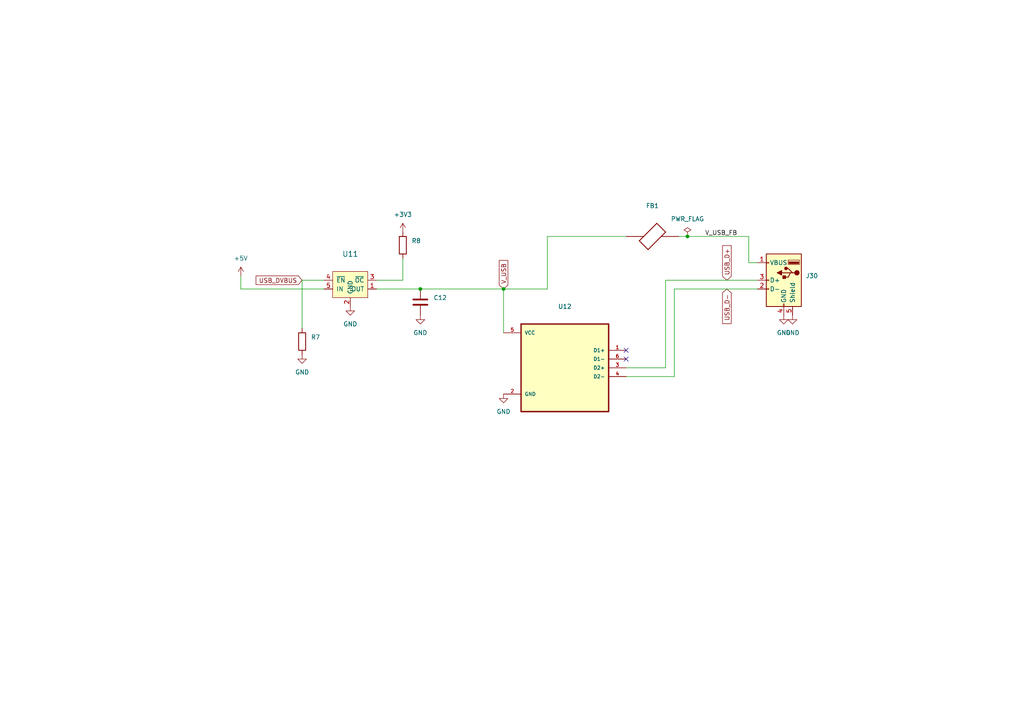
<source format=kicad_sch>
(kicad_sch (version 20211123) (generator eeschema)

  (uuid 903ba57f-493e-4bec-9e8d-07f26413f961)

  (paper "A4")

  (lib_symbols
    (symbol "ACML-0402HC-110-T:ACML-0402HC-110-T" (pin_numbers hide) (pin_names (offset 1.016) hide) (in_bom yes) (on_board yes)
      (property "Reference" "FB" (id 0) (at -7.62 5.08 0)
        (effects (font (size 1.27 1.27)) (justify left bottom))
      )
      (property "Value" "ACML-0402HC-110-T" (id 1) (at -7.62 -7.62 0)
        (effects (font (size 1.27 1.27)) (justify left bottom))
      )
      (property "Footprint" "BEADC1005X65N" (id 2) (at 0 0 0)
        (effects (font (size 1.27 1.27)) (justify left bottom) hide)
      )
      (property "Datasheet" "" (id 3) (at 0 0 0)
        (effects (font (size 1.27 1.27)) (justify left bottom) hide)
      )
      (property "MP" "ACML-0402HC-110-T" (id 4) (at 0 0 0)
        (effects (font (size 1.27 1.27)) (justify left bottom) hide)
      )
      (property "PRICE" "None" (id 5) (at 0 0 0)
        (effects (font (size 1.27 1.27)) (justify left bottom) hide)
      )
      (property "PACKAGE" "0402 Abracon" (id 6) (at 0 0 0)
        (effects (font (size 1.27 1.27)) (justify left bottom) hide)
      )
      (property "MF" "Abracon LLC" (id 7) (at 0 0 0)
        (effects (font (size 1.27 1.27)) (justify left bottom) hide)
      )
      (property "ki_locked" "" (id 8) (at 0 0 0)
        (effects (font (size 1.27 1.27)))
      )
      (symbol "ACML-0402HC-110-T_0_0"
        (polyline
          (pts
            (xy -3.81 -1.27)
            (xy -1.27 -3.81)
          )
          (stroke (width 0.254) (type default) (color 0 0 0 0))
          (fill (type none))
        )
        (polyline
          (pts
            (xy -1.27 -3.81)
            (xy 3.81 1.27)
          )
          (stroke (width 0.254) (type default) (color 0 0 0 0))
          (fill (type none))
        )
        (polyline
          (pts
            (xy 1.27 3.81)
            (xy -3.81 -1.27)
          )
          (stroke (width 0.254) (type default) (color 0 0 0 0))
          (fill (type none))
        )
        (polyline
          (pts
            (xy 3.81 1.27)
            (xy 1.27 3.81)
          )
          (stroke (width 0.254) (type default) (color 0 0 0 0))
          (fill (type none))
        )
        (pin passive line (at -7.62 0 0) (length 5.08)
          (name "~" (effects (font (size 1.016 1.016))))
          (number "1" (effects (font (size 1.016 1.016))))
        )
        (pin passive line (at 7.62 0 180) (length 5.08)
          (name "~" (effects (font (size 1.016 1.016))))
          (number "2" (effects (font (size 1.016 1.016))))
        )
      )
    )
    (symbol "Connector:USB_A" (pin_names (offset 1.016)) (in_bom yes) (on_board yes)
      (property "Reference" "J" (id 0) (at -5.08 11.43 0)
        (effects (font (size 1.27 1.27)) (justify left))
      )
      (property "Value" "USB_A" (id 1) (at -5.08 8.89 0)
        (effects (font (size 1.27 1.27)) (justify left))
      )
      (property "Footprint" "" (id 2) (at 3.81 -1.27 0)
        (effects (font (size 1.27 1.27)) hide)
      )
      (property "Datasheet" " ~" (id 3) (at 3.81 -1.27 0)
        (effects (font (size 1.27 1.27)) hide)
      )
      (property "ki_keywords" "connector USB" (id 4) (at 0 0 0)
        (effects (font (size 1.27 1.27)) hide)
      )
      (property "ki_description" "USB Type A connector" (id 5) (at 0 0 0)
        (effects (font (size 1.27 1.27)) hide)
      )
      (property "ki_fp_filters" "USB*" (id 6) (at 0 0 0)
        (effects (font (size 1.27 1.27)) hide)
      )
      (symbol "USB_A_0_1"
        (rectangle (start -5.08 -7.62) (end 5.08 7.62)
          (stroke (width 0.254) (type default) (color 0 0 0 0))
          (fill (type background))
        )
        (circle (center -3.81 2.159) (radius 0.635)
          (stroke (width 0.254) (type default) (color 0 0 0 0))
          (fill (type outline))
        )
        (rectangle (start -1.524 4.826) (end -4.318 5.334)
          (stroke (width 0) (type default) (color 0 0 0 0))
          (fill (type outline))
        )
        (rectangle (start -1.27 4.572) (end -4.572 5.842)
          (stroke (width 0) (type default) (color 0 0 0 0))
          (fill (type none))
        )
        (circle (center -0.635 3.429) (radius 0.381)
          (stroke (width 0.254) (type default) (color 0 0 0 0))
          (fill (type outline))
        )
        (rectangle (start -0.127 -7.62) (end 0.127 -6.858)
          (stroke (width 0) (type default) (color 0 0 0 0))
          (fill (type none))
        )
        (polyline
          (pts
            (xy -3.175 2.159)
            (xy -2.54 2.159)
            (xy -1.27 3.429)
            (xy -0.635 3.429)
          )
          (stroke (width 0.254) (type default) (color 0 0 0 0))
          (fill (type none))
        )
        (polyline
          (pts
            (xy -2.54 2.159)
            (xy -1.905 2.159)
            (xy -1.27 0.889)
            (xy 0 0.889)
          )
          (stroke (width 0.254) (type default) (color 0 0 0 0))
          (fill (type none))
        )
        (polyline
          (pts
            (xy 0.635 2.794)
            (xy 0.635 1.524)
            (xy 1.905 2.159)
            (xy 0.635 2.794)
          )
          (stroke (width 0.254) (type default) (color 0 0 0 0))
          (fill (type outline))
        )
        (rectangle (start 0.254 1.27) (end -0.508 0.508)
          (stroke (width 0.254) (type default) (color 0 0 0 0))
          (fill (type outline))
        )
        (rectangle (start 5.08 -2.667) (end 4.318 -2.413)
          (stroke (width 0) (type default) (color 0 0 0 0))
          (fill (type none))
        )
        (rectangle (start 5.08 -0.127) (end 4.318 0.127)
          (stroke (width 0) (type default) (color 0 0 0 0))
          (fill (type none))
        )
        (rectangle (start 5.08 4.953) (end 4.318 5.207)
          (stroke (width 0) (type default) (color 0 0 0 0))
          (fill (type none))
        )
      )
      (symbol "USB_A_1_1"
        (polyline
          (pts
            (xy -1.905 2.159)
            (xy 0.635 2.159)
          )
          (stroke (width 0.254) (type default) (color 0 0 0 0))
          (fill (type none))
        )
        (pin power_in line (at 7.62 5.08 180) (length 2.54)
          (name "VBUS" (effects (font (size 1.27 1.27))))
          (number "1" (effects (font (size 1.27 1.27))))
        )
        (pin bidirectional line (at 7.62 -2.54 180) (length 2.54)
          (name "D-" (effects (font (size 1.27 1.27))))
          (number "2" (effects (font (size 1.27 1.27))))
        )
        (pin bidirectional line (at 7.62 0 180) (length 2.54)
          (name "D+" (effects (font (size 1.27 1.27))))
          (number "3" (effects (font (size 1.27 1.27))))
        )
        (pin power_in line (at 0 -10.16 90) (length 2.54)
          (name "GND" (effects (font (size 1.27 1.27))))
          (number "4" (effects (font (size 1.27 1.27))))
        )
        (pin passive line (at -2.54 -10.16 90) (length 2.54)
          (name "Shield" (effects (font (size 1.27 1.27))))
          (number "5" (effects (font (size 1.27 1.27))))
        )
      )
    )
    (symbol "Device:C" (pin_numbers hide) (pin_names (offset 0.254)) (in_bom yes) (on_board yes)
      (property "Reference" "C" (id 0) (at 0.635 2.54 0)
        (effects (font (size 1.27 1.27)) (justify left))
      )
      (property "Value" "C" (id 1) (at 0.635 -2.54 0)
        (effects (font (size 1.27 1.27)) (justify left))
      )
      (property "Footprint" "" (id 2) (at 0.9652 -3.81 0)
        (effects (font (size 1.27 1.27)) hide)
      )
      (property "Datasheet" "~" (id 3) (at 0 0 0)
        (effects (font (size 1.27 1.27)) hide)
      )
      (property "ki_keywords" "cap capacitor" (id 4) (at 0 0 0)
        (effects (font (size 1.27 1.27)) hide)
      )
      (property "ki_description" "Unpolarized capacitor" (id 5) (at 0 0 0)
        (effects (font (size 1.27 1.27)) hide)
      )
      (property "ki_fp_filters" "C_*" (id 6) (at 0 0 0)
        (effects (font (size 1.27 1.27)) hide)
      )
      (symbol "C_0_1"
        (polyline
          (pts
            (xy -2.032 -0.762)
            (xy 2.032 -0.762)
          )
          (stroke (width 0.508) (type default) (color 0 0 0 0))
          (fill (type none))
        )
        (polyline
          (pts
            (xy -2.032 0.762)
            (xy 2.032 0.762)
          )
          (stroke (width 0.508) (type default) (color 0 0 0 0))
          (fill (type none))
        )
      )
      (symbol "C_1_1"
        (pin passive line (at 0 3.81 270) (length 2.794)
          (name "~" (effects (font (size 1.27 1.27))))
          (number "1" (effects (font (size 1.27 1.27))))
        )
        (pin passive line (at 0 -3.81 90) (length 2.794)
          (name "~" (effects (font (size 1.27 1.27))))
          (number "2" (effects (font (size 1.27 1.27))))
        )
      )
    )
    (symbol "Device:R" (pin_numbers hide) (pin_names (offset 0)) (in_bom yes) (on_board yes)
      (property "Reference" "R" (id 0) (at 2.032 0 90)
        (effects (font (size 1.27 1.27)))
      )
      (property "Value" "R" (id 1) (at 0 0 90)
        (effects (font (size 1.27 1.27)))
      )
      (property "Footprint" "" (id 2) (at -1.778 0 90)
        (effects (font (size 1.27 1.27)) hide)
      )
      (property "Datasheet" "~" (id 3) (at 0 0 0)
        (effects (font (size 1.27 1.27)) hide)
      )
      (property "ki_keywords" "R res resistor" (id 4) (at 0 0 0)
        (effects (font (size 1.27 1.27)) hide)
      )
      (property "ki_description" "Resistor" (id 5) (at 0 0 0)
        (effects (font (size 1.27 1.27)) hide)
      )
      (property "ki_fp_filters" "R_*" (id 6) (at 0 0 0)
        (effects (font (size 1.27 1.27)) hide)
      )
      (symbol "R_0_1"
        (rectangle (start -1.016 -2.54) (end 1.016 2.54)
          (stroke (width 0.254) (type default) (color 0 0 0 0))
          (fill (type none))
        )
      )
      (symbol "R_1_1"
        (pin passive line (at 0 3.81 270) (length 1.27)
          (name "~" (effects (font (size 1.27 1.27))))
          (number "1" (effects (font (size 1.27 1.27))))
        )
        (pin passive line (at 0 -3.81 90) (length 1.27)
          (name "~" (effects (font (size 1.27 1.27))))
          (number "2" (effects (font (size 1.27 1.27))))
        )
      )
    )
    (symbol "TPD4S009DBVR:TPD4S009DBVR" (pin_names (offset 1.016)) (in_bom yes) (on_board yes)
      (property "Reference" "U" (id 0) (at -12.7 13.6906 0)
        (effects (font (size 1.27 1.27)) (justify left bottom))
      )
      (property "Value" "TPD4S009DBVR" (id 1) (at -12.7 -16.6878 0)
        (effects (font (size 1.27 1.27)) (justify left bottom))
      )
      (property "Footprint" "SOT95P280X145-6N" (id 2) (at 0 0 0)
        (effects (font (size 1.27 1.27)) (justify left bottom) hide)
      )
      (property "Datasheet" "" (id 3) (at 0 0 0)
        (effects (font (size 1.27 1.27)) (justify left bottom) hide)
      )
      (property "ki_locked" "" (id 4) (at 0 0 0)
        (effects (font (size 1.27 1.27)))
      )
      (symbol "TPD4S009DBVR_0_0"
        (rectangle (start -12.7 -12.7) (end 12.7 12.7)
          (stroke (width 0.4064) (type default) (color 0 0 0 0))
          (fill (type background))
        )
        (pin input line (at -17.78 5.08 0) (length 5.08)
          (name "D1+" (effects (font (size 1.016 1.016))))
          (number "1" (effects (font (size 1.016 1.016))))
        )
        (pin power_in line (at 17.78 -7.62 180) (length 5.08)
          (name "GND" (effects (font (size 1.016 1.016))))
          (number "2" (effects (font (size 1.016 1.016))))
        )
        (pin input line (at -17.78 0 0) (length 5.08)
          (name "D2+" (effects (font (size 1.016 1.016))))
          (number "3" (effects (font (size 1.016 1.016))))
        )
        (pin input line (at -17.78 -2.54 0) (length 5.08)
          (name "D2-" (effects (font (size 1.016 1.016))))
          (number "4" (effects (font (size 1.016 1.016))))
        )
        (pin power_in line (at 17.78 10.16 180) (length 5.08)
          (name "VCC" (effects (font (size 1.016 1.016))))
          (number "5" (effects (font (size 1.016 1.016))))
        )
        (pin input line (at -17.78 2.54 0) (length 5.08)
          (name "D1-" (effects (font (size 1.016 1.016))))
          (number "6" (effects (font (size 1.016 1.016))))
        )
      )
    )
    (symbol "dk_PMIC-Power-Distribution-Switches-Load-Drivers:TPS2051BDBVR" (pin_names (offset 1.016)) (in_bom yes) (on_board yes)
      (property "Reference" "U" (id 0) (at -5.08 5.08 0)
        (effects (font (size 1.524 1.524)))
      )
      (property "Value" "TPS2051BDBVR" (id 1) (at 2.54 -7.62 0)
        (effects (font (size 1.524 1.524)) (justify left))
      )
      (property "Footprint" "digikey-footprints:SOT-753" (id 2) (at 5.08 5.08 0)
        (effects (font (size 1.524 1.524)) (justify left) hide)
      )
      (property "Datasheet" "http://www.ti.com/general/docs/suppproductinfo.tsp?distId=10&gotoUrl=http%3A%2F%2Fwww.ti.com%2Flit%2Fgpn%2Ftps2051b" (id 3) (at 5.08 7.62 0)
        (effects (font (size 1.524 1.524)) (justify left) hide)
      )
      (property "Digi-Key_PN" "296-21265-1-ND" (id 4) (at 5.08 10.16 0)
        (effects (font (size 1.524 1.524)) (justify left) hide)
      )
      (property "MPN" "TPS2051BDBVR" (id 5) (at 5.08 12.7 0)
        (effects (font (size 1.524 1.524)) (justify left) hide)
      )
      (property "Category" "Integrated Circuits (ICs)" (id 6) (at 5.08 15.24 0)
        (effects (font (size 1.524 1.524)) (justify left) hide)
      )
      (property "Family" "PMIC - Power Distribution Switches, Load Drivers" (id 7) (at 5.08 17.78 0)
        (effects (font (size 1.524 1.524)) (justify left) hide)
      )
      (property "DK_Datasheet_Link" "http://www.ti.com/general/docs/suppproductinfo.tsp?distId=10&gotoUrl=http%3A%2F%2Fwww.ti.com%2Flit%2Fgpn%2Ftps2051b" (id 8) (at 5.08 20.32 0)
        (effects (font (size 1.524 1.524)) (justify left) hide)
      )
      (property "DK_Detail_Page" "/product-detail/en/texas-instruments/TPS2051BDBVR/296-21265-1-ND/1219985" (id 9) (at 5.08 22.86 0)
        (effects (font (size 1.524 1.524)) (justify left) hide)
      )
      (property "Description" "IC PWR DIST SWITCH SNGL SOT23-5" (id 10) (at 5.08 25.4 0)
        (effects (font (size 1.524 1.524)) (justify left) hide)
      )
      (property "Manufacturer" "Texas Instruments" (id 11) (at 5.08 27.94 0)
        (effects (font (size 1.524 1.524)) (justify left) hide)
      )
      (property "Status" "Active" (id 12) (at 5.08 30.48 0)
        (effects (font (size 1.524 1.524)) (justify left) hide)
      )
      (property "ki_keywords" "296-21265-1-ND" (id 13) (at 0 0 0)
        (effects (font (size 1.27 1.27)) hide)
      )
      (property "ki_description" "IC PWR DIST SWITCH SNGL SOT23-5" (id 14) (at 0 0 0)
        (effects (font (size 1.27 1.27)) hide)
      )
      (symbol "TPS2051BDBVR_0_1"
        (rectangle (start -5.08 2.54) (end 5.08 -5.08)
          (stroke (width 0) (type default) (color 0 0 0 0))
          (fill (type background))
        )
      )
      (symbol "TPS2051BDBVR_1_1"
        (pin power_out line (at 7.62 -2.54 180) (length 2.54)
          (name "OUT" (effects (font (size 1.27 1.27))))
          (number "1" (effects (font (size 1.27 1.27))))
        )
        (pin power_in line (at 0 -7.62 90) (length 2.54)
          (name "GND" (effects (font (size 1.27 1.27))))
          (number "2" (effects (font (size 1.27 1.27))))
        )
        (pin output line (at 7.62 0 180) (length 2.54)
          (name "~{OC}" (effects (font (size 1.27 1.27))))
          (number "3" (effects (font (size 1.27 1.27))))
        )
        (pin input line (at -7.62 0 0) (length 2.54)
          (name "~{EN}" (effects (font (size 1.27 1.27))))
          (number "4" (effects (font (size 1.27 1.27))))
        )
        (pin input line (at -7.62 -2.54 0) (length 2.54)
          (name "IN" (effects (font (size 1.27 1.27))))
          (number "5" (effects (font (size 1.27 1.27))))
        )
      )
    )
    (symbol "power:+3.3V" (power) (pin_names (offset 0)) (in_bom yes) (on_board yes)
      (property "Reference" "#PWR" (id 0) (at 0 -3.81 0)
        (effects (font (size 1.27 1.27)) hide)
      )
      (property "Value" "+3.3V" (id 1) (at 0 3.556 0)
        (effects (font (size 1.27 1.27)))
      )
      (property "Footprint" "" (id 2) (at 0 0 0)
        (effects (font (size 1.27 1.27)) hide)
      )
      (property "Datasheet" "" (id 3) (at 0 0 0)
        (effects (font (size 1.27 1.27)) hide)
      )
      (property "ki_keywords" "power-flag" (id 4) (at 0 0 0)
        (effects (font (size 1.27 1.27)) hide)
      )
      (property "ki_description" "Power symbol creates a global label with name \"+3.3V\"" (id 5) (at 0 0 0)
        (effects (font (size 1.27 1.27)) hide)
      )
      (symbol "+3.3V_0_1"
        (polyline
          (pts
            (xy -0.762 1.27)
            (xy 0 2.54)
          )
          (stroke (width 0) (type default) (color 0 0 0 0))
          (fill (type none))
        )
        (polyline
          (pts
            (xy 0 0)
            (xy 0 2.54)
          )
          (stroke (width 0) (type default) (color 0 0 0 0))
          (fill (type none))
        )
        (polyline
          (pts
            (xy 0 2.54)
            (xy 0.762 1.27)
          )
          (stroke (width 0) (type default) (color 0 0 0 0))
          (fill (type none))
        )
      )
      (symbol "+3.3V_1_1"
        (pin power_in line (at 0 0 90) (length 0) hide
          (name "+3V3" (effects (font (size 1.27 1.27))))
          (number "1" (effects (font (size 1.27 1.27))))
        )
      )
    )
    (symbol "power:+5V" (power) (pin_names (offset 0)) (in_bom yes) (on_board yes)
      (property "Reference" "#PWR" (id 0) (at 0 -3.81 0)
        (effects (font (size 1.27 1.27)) hide)
      )
      (property "Value" "+5V" (id 1) (at 0 3.556 0)
        (effects (font (size 1.27 1.27)))
      )
      (property "Footprint" "" (id 2) (at 0 0 0)
        (effects (font (size 1.27 1.27)) hide)
      )
      (property "Datasheet" "" (id 3) (at 0 0 0)
        (effects (font (size 1.27 1.27)) hide)
      )
      (property "ki_keywords" "power-flag" (id 4) (at 0 0 0)
        (effects (font (size 1.27 1.27)) hide)
      )
      (property "ki_description" "Power symbol creates a global label with name \"+5V\"" (id 5) (at 0 0 0)
        (effects (font (size 1.27 1.27)) hide)
      )
      (symbol "+5V_0_1"
        (polyline
          (pts
            (xy -0.762 1.27)
            (xy 0 2.54)
          )
          (stroke (width 0) (type default) (color 0 0 0 0))
          (fill (type none))
        )
        (polyline
          (pts
            (xy 0 0)
            (xy 0 2.54)
          )
          (stroke (width 0) (type default) (color 0 0 0 0))
          (fill (type none))
        )
        (polyline
          (pts
            (xy 0 2.54)
            (xy 0.762 1.27)
          )
          (stroke (width 0) (type default) (color 0 0 0 0))
          (fill (type none))
        )
      )
      (symbol "+5V_1_1"
        (pin power_in line (at 0 0 90) (length 0) hide
          (name "+5V" (effects (font (size 1.27 1.27))))
          (number "1" (effects (font (size 1.27 1.27))))
        )
      )
    )
    (symbol "power:GND" (power) (pin_names (offset 0)) (in_bom yes) (on_board yes)
      (property "Reference" "#PWR" (id 0) (at 0 -6.35 0)
        (effects (font (size 1.27 1.27)) hide)
      )
      (property "Value" "GND" (id 1) (at 0 -3.81 0)
        (effects (font (size 1.27 1.27)))
      )
      (property "Footprint" "" (id 2) (at 0 0 0)
        (effects (font (size 1.27 1.27)) hide)
      )
      (property "Datasheet" "" (id 3) (at 0 0 0)
        (effects (font (size 1.27 1.27)) hide)
      )
      (property "ki_keywords" "power-flag" (id 4) (at 0 0 0)
        (effects (font (size 1.27 1.27)) hide)
      )
      (property "ki_description" "Power symbol creates a global label with name \"GND\" , ground" (id 5) (at 0 0 0)
        (effects (font (size 1.27 1.27)) hide)
      )
      (symbol "GND_0_1"
        (polyline
          (pts
            (xy 0 0)
            (xy 0 -1.27)
            (xy 1.27 -1.27)
            (xy 0 -2.54)
            (xy -1.27 -1.27)
            (xy 0 -1.27)
          )
          (stroke (width 0) (type default) (color 0 0 0 0))
          (fill (type none))
        )
      )
      (symbol "GND_1_1"
        (pin power_in line (at 0 0 270) (length 0) hide
          (name "GND" (effects (font (size 1.27 1.27))))
          (number "1" (effects (font (size 1.27 1.27))))
        )
      )
    )
    (symbol "power:PWR_FLAG" (power) (pin_numbers hide) (pin_names (offset 0) hide) (in_bom yes) (on_board yes)
      (property "Reference" "#FLG" (id 0) (at 0 1.905 0)
        (effects (font (size 1.27 1.27)) hide)
      )
      (property "Value" "PWR_FLAG" (id 1) (at 0 3.81 0)
        (effects (font (size 1.27 1.27)))
      )
      (property "Footprint" "" (id 2) (at 0 0 0)
        (effects (font (size 1.27 1.27)) hide)
      )
      (property "Datasheet" "~" (id 3) (at 0 0 0)
        (effects (font (size 1.27 1.27)) hide)
      )
      (property "ki_keywords" "power-flag" (id 4) (at 0 0 0)
        (effects (font (size 1.27 1.27)) hide)
      )
      (property "ki_description" "Special symbol for telling ERC where power comes from" (id 5) (at 0 0 0)
        (effects (font (size 1.27 1.27)) hide)
      )
      (symbol "PWR_FLAG_0_0"
        (pin power_out line (at 0 0 90) (length 0)
          (name "pwr" (effects (font (size 1.27 1.27))))
          (number "1" (effects (font (size 1.27 1.27))))
        )
      )
      (symbol "PWR_FLAG_0_1"
        (polyline
          (pts
            (xy 0 0)
            (xy 0 1.27)
            (xy -1.016 1.905)
            (xy 0 2.54)
            (xy 1.016 1.905)
            (xy 0 1.27)
          )
          (stroke (width 0) (type default) (color 0 0 0 0))
          (fill (type none))
        )
      )
    )
  )

  (junction (at 199.39 68.58) (diameter 0) (color 0 0 0 0)
    (uuid 19195ae0-b17c-4b73-919f-2f213afe8c6c)
  )
  (junction (at 121.92 83.82) (diameter 0) (color 0 0 0 0)
    (uuid 4c5caff5-6a0f-4fa2-9913-0b7d07535e03)
  )
  (junction (at 146.05 83.82) (diameter 0) (color 0 0 0 0)
    (uuid c4dc5ebe-7ff9-4355-a572-e96a2d4f35c1)
  )

  (no_connect (at 181.61 104.14) (uuid 4cf6ab76-ef84-424c-8853-5fe14857a4e1))
  (no_connect (at 181.61 101.6) (uuid 4cf6ab76-ef84-424c-8853-5fe14857a4e2))

  (wire (pts (xy 87.63 95.25) (xy 87.63 81.28))
    (stroke (width 0) (type default) (color 0 0 0 0))
    (uuid 024de57e-11b1-473a-9419-02cbb60ae60a)
  )
  (wire (pts (xy 217.17 76.2) (xy 217.17 68.58))
    (stroke (width 0) (type default) (color 0 0 0 0))
    (uuid 07359c66-39ef-48ed-a41f-e7274c5a4445)
  )
  (wire (pts (xy 93.98 83.82) (xy 69.85 83.82))
    (stroke (width 0) (type default) (color 0 0 0 0))
    (uuid 0bd31f9b-c2c4-4120-9fa6-7a4b4038a481)
  )
  (wire (pts (xy 121.92 83.82) (xy 146.05 83.82))
    (stroke (width 0) (type default) (color 0 0 0 0))
    (uuid 117de3b0-8fc2-442e-8ede-f34e90182153)
  )
  (wire (pts (xy 146.05 83.82) (xy 146.05 96.52))
    (stroke (width 0) (type default) (color 0 0 0 0))
    (uuid 182a723a-3889-486b-bb3b-aba237479b2e)
  )
  (wire (pts (xy 195.58 83.82) (xy 219.71 83.82))
    (stroke (width 0) (type default) (color 0 0 0 0))
    (uuid 24800866-3eac-4430-afeb-de36774f3629)
  )
  (wire (pts (xy 195.58 109.22) (xy 195.58 83.82))
    (stroke (width 0) (type default) (color 0 0 0 0))
    (uuid 2ec3f43e-96fb-42ef-bcfd-fe97c4bdfd0d)
  )
  (wire (pts (xy 87.63 81.28) (xy 93.98 81.28))
    (stroke (width 0) (type default) (color 0 0 0 0))
    (uuid 2f966797-2db8-434f-a3b1-27fcde222e90)
  )
  (wire (pts (xy 109.22 81.28) (xy 116.84 81.28))
    (stroke (width 0) (type default) (color 0 0 0 0))
    (uuid 3da691f3-5dac-4e5b-800e-c51c59c7e9ca)
  )
  (wire (pts (xy 146.05 83.82) (xy 158.75 83.82))
    (stroke (width 0) (type default) (color 0 0 0 0))
    (uuid 5605c4e6-778d-4d41-bcb6-61e46106f787)
  )
  (wire (pts (xy 69.85 80.01) (xy 69.85 83.82))
    (stroke (width 0) (type default) (color 0 0 0 0))
    (uuid 5b3926bf-9031-42c7-8dd0-e20a9e05c061)
  )
  (wire (pts (xy 181.61 106.68) (xy 193.04 106.68))
    (stroke (width 0) (type default) (color 0 0 0 0))
    (uuid 66630994-9fc0-49e8-a13b-ce4ff85628eb)
  )
  (wire (pts (xy 219.71 76.2) (xy 217.17 76.2))
    (stroke (width 0) (type default) (color 0 0 0 0))
    (uuid 6a2251fa-58ea-460c-bd29-c3afabc9227f)
  )
  (wire (pts (xy 116.84 81.28) (xy 116.84 74.93))
    (stroke (width 0) (type default) (color 0 0 0 0))
    (uuid 6f0752bc-6180-496c-9540-7792e79d30a5)
  )
  (wire (pts (xy 199.39 68.58) (xy 196.85 68.58))
    (stroke (width 0) (type default) (color 0 0 0 0))
    (uuid 7635a4cf-0c9a-431f-8d14-55ea835bd939)
  )
  (wire (pts (xy 193.04 81.28) (xy 219.71 81.28))
    (stroke (width 0) (type default) (color 0 0 0 0))
    (uuid 765ec8aa-97d2-43c9-899c-9bd0a7f26beb)
  )
  (wire (pts (xy 181.61 109.22) (xy 195.58 109.22))
    (stroke (width 0) (type default) (color 0 0 0 0))
    (uuid 8596dea8-d317-4768-94c8-4855f18129b6)
  )
  (wire (pts (xy 158.75 68.58) (xy 158.75 83.82))
    (stroke (width 0) (type default) (color 0 0 0 0))
    (uuid 93ea6017-d6b6-41ac-a6da-6ba4936ad9dd)
  )
  (wire (pts (xy 109.22 83.82) (xy 121.92 83.82))
    (stroke (width 0) (type default) (color 0 0 0 0))
    (uuid 96827e9b-f893-4e56-8317-37a979fb326b)
  )
  (wire (pts (xy 217.17 68.58) (xy 199.39 68.58))
    (stroke (width 0) (type default) (color 0 0 0 0))
    (uuid cad5882a-d036-4032-89dd-8dfbdaaed0d1)
  )
  (wire (pts (xy 193.04 106.68) (xy 193.04 81.28))
    (stroke (width 0) (type default) (color 0 0 0 0))
    (uuid d4529ad7-d53f-4bba-aada-3f3e179ae5c1)
  )
  (wire (pts (xy 158.75 68.58) (xy 181.61 68.58))
    (stroke (width 0) (type default) (color 0 0 0 0))
    (uuid f9165662-b027-45aa-9938-284b44769ddd)
  )

  (label "V_USB_FB" (at 204.47 68.58 0)
    (effects (font (size 1.27 1.27)) (justify left bottom))
    (uuid 9f155e5f-3cf9-4d85-82d7-a3409906fb25)
  )

  (global_label "V_USB" (shape input) (at 146.05 83.82 90) (fields_autoplaced)
    (effects (font (size 1.27 1.27)) (justify left))
    (uuid 16c87377-698b-4220-b2ad-36ea19aa6a14)
    (property "Intersheet References" "${INTERSHEET_REFS}" (id 0) (at 145.9706 75.5407 90)
      (effects (font (size 1.27 1.27)) (justify left) hide)
    )
  )
  (global_label "USB_D-" (shape input) (at 210.82 83.82 270) (fields_autoplaced)
    (effects (font (size 1.27 1.27)) (justify right))
    (uuid 54f04dcb-2606-4cc5-ba35-2f24cdd78ada)
    (property "Intersheet References" "${INTERSHEET_REFS}" (id 0) (at 210.7406 93.8531 90)
      (effects (font (size 1.27 1.27)) (justify right) hide)
    )
  )
  (global_label "USB_D+" (shape input) (at 210.82 81.28 90) (fields_autoplaced)
    (effects (font (size 1.27 1.27)) (justify left))
    (uuid 7d86bba7-a124-4153-b864-d39af757253e)
    (property "Intersheet References" "${INTERSHEET_REFS}" (id 0) (at 210.7406 71.2469 90)
      (effects (font (size 1.27 1.27)) (justify left) hide)
    )
  )
  (global_label "USB_DVBUS" (shape input) (at 87.63 81.28 180) (fields_autoplaced)
    (effects (font (size 1.27 1.27)) (justify right))
    (uuid b1c1371f-4563-4219-8393-66df09b3e25b)
    (property "Intersheet References" "${INTERSHEET_REFS}" (id 0) (at 74.2707 81.2006 0)
      (effects (font (size 1.27 1.27)) (justify right) hide)
    )
  )

  (symbol (lib_id "Device:R") (at 87.63 99.06 0) (unit 1)
    (in_bom yes) (on_board yes) (fields_autoplaced)
    (uuid 25eb6761-985e-4bfc-97f6-6696e7d2a40d)
    (property "Reference" "R7" (id 0) (at 90.17 97.7899 0)
      (effects (font (size 1.27 1.27)) (justify left))
    )
    (property "Value" "" (id 1) (at 90.17 100.3299 0)
      (effects (font (size 1.27 1.27)) (justify left))
    )
    (property "Footprint" "" (id 2) (at 85.852 99.06 90)
      (effects (font (size 1.27 1.27)) hide)
    )
    (property "Datasheet" "~" (id 3) (at 87.63 99.06 0)
      (effects (font (size 1.27 1.27)) hide)
    )
    (property "LCSC" "C17414" (id 4) (at 87.63 99.06 0)
      (effects (font (size 1.27 1.27)) hide)
    )
    (pin "1" (uuid 13a5c9bb-bd6c-40d4-8335-1d6ad6827b62))
    (pin "2" (uuid b2c77c65-fb58-4f55-90fa-7b567cf4e662))
  )

  (symbol (lib_id "dk_PMIC-Power-Distribution-Switches-Load-Drivers:TPS2051BDBVR") (at 101.6 81.28 0) (unit 1)
    (in_bom yes) (on_board yes) (fields_autoplaced)
    (uuid 304c6654-23e4-412e-b042-33da46985723)
    (property "Reference" "U11" (id 0) (at 101.6 73.66 0)
      (effects (font (size 1.524 1.524)))
    )
    (property "Value" "" (id 1) (at 101.6 77.47 0)
      (effects (font (size 1.524 1.524)))
    )
    (property "Footprint" "" (id 2) (at 106.68 76.2 0)
      (effects (font (size 1.524 1.524)) (justify left) hide)
    )
    (property "Datasheet" "http://www.ti.com/general/docs/suppproductinfo.tsp?distId=10&gotoUrl=http%3A%2F%2Fwww.ti.com%2Flit%2Fgpn%2Ftps2051b" (id 3) (at 106.68 73.66 0)
      (effects (font (size 1.524 1.524)) (justify left) hide)
    )
    (property "Digi-Key_PN" "296-21265-1-ND" (id 4) (at 106.68 71.12 0)
      (effects (font (size 1.524 1.524)) (justify left) hide)
    )
    (property "MPN" "TPS2051BDBVR" (id 5) (at 106.68 68.58 0)
      (effects (font (size 1.524 1.524)) (justify left) hide)
    )
    (property "Category" "Integrated Circuits (ICs)" (id 6) (at 106.68 66.04 0)
      (effects (font (size 1.524 1.524)) (justify left) hide)
    )
    (property "Family" "PMIC - Power Distribution Switches, Load Drivers" (id 7) (at 106.68 63.5 0)
      (effects (font (size 1.524 1.524)) (justify left) hide)
    )
    (property "DK_Datasheet_Link" "http://www.ti.com/general/docs/suppproductinfo.tsp?distId=10&gotoUrl=http%3A%2F%2Fwww.ti.com%2Flit%2Fgpn%2Ftps2051b" (id 8) (at 106.68 60.96 0)
      (effects (font (size 1.524 1.524)) (justify left) hide)
    )
    (property "DK_Detail_Page" "/product-detail/en/texas-instruments/TPS2051BDBVR/296-21265-1-ND/1219985" (id 9) (at 106.68 58.42 0)
      (effects (font (size 1.524 1.524)) (justify left) hide)
    )
    (property "Description" "IC PWR DIST SWITCH SNGL SOT23-5" (id 10) (at 106.68 55.88 0)
      (effects (font (size 1.524 1.524)) (justify left) hide)
    )
    (property "Manufacturer" "Texas Instruments" (id 11) (at 106.68 53.34 0)
      (effects (font (size 1.524 1.524)) (justify left) hide)
    )
    (property "Status" "Active" (id 12) (at 106.68 50.8 0)
      (effects (font (size 1.524 1.524)) (justify left) hide)
    )
    (property "LCSC" "C24593" (id 13) (at 101.6 81.28 0)
      (effects (font (size 1.27 1.27)) hide)
    )
    (pin "1" (uuid 8ecda955-65a9-423a-bd9f-37ca14768361))
    (pin "2" (uuid 6bbc7c1a-f104-4e83-a76b-4fc43ec941f6))
    (pin "3" (uuid b403a3fa-d644-4708-821b-f4beb7c0f845))
    (pin "4" (uuid 2517762f-a43c-4213-8338-cdbb4c11cccc))
    (pin "5" (uuid 564c0efc-4bbc-44aa-8a60-c5d4e3fb1f38))
  )

  (symbol (lib_id "Connector:USB_A") (at 227.33 81.28 0) (mirror y) (unit 1)
    (in_bom yes) (on_board yes) (fields_autoplaced)
    (uuid 35199ef8-4292-426f-b1e7-1c00011040bf)
    (property "Reference" "J30" (id 0) (at 233.68 80.0099 0)
      (effects (font (size 1.27 1.27)) (justify right))
    )
    (property "Value" "" (id 1) (at 233.68 82.5499 0)
      (effects (font (size 1.27 1.27)) (justify right))
    )
    (property "Footprint" "" (id 2) (at 223.52 82.55 0)
      (effects (font (size 1.27 1.27)) hide)
    )
    (property "Datasheet" " ~" (id 3) (at 223.52 82.55 0)
      (effects (font (size 1.27 1.27)) hide)
    )
    (pin "1" (uuid 6993f2b5-6ddc-4ee1-9a45-f2840a9a11ce))
    (pin "2" (uuid b471b828-665d-4475-8417-15f9e0f0c879))
    (pin "3" (uuid b5dbe4a6-a15b-41ad-9250-c8e18a815be1))
    (pin "4" (uuid 406aa53c-20d6-4a9e-81b5-b414f9185e0d))
    (pin "5" (uuid dcd28f93-156a-4aad-bcd6-402112e805b8))
  )

  (symbol (lib_id "power:GND") (at 146.05 114.3 0) (unit 1)
    (in_bom yes) (on_board yes) (fields_autoplaced)
    (uuid 388961f0-bbb9-442d-9232-a75c6cc11599)
    (property "Reference" "#PWR077" (id 0) (at 146.05 120.65 0)
      (effects (font (size 1.27 1.27)) hide)
    )
    (property "Value" "GND" (id 1) (at 146.05 119.38 0))
    (property "Footprint" "" (id 2) (at 146.05 114.3 0)
      (effects (font (size 1.27 1.27)) hide)
    )
    (property "Datasheet" "" (id 3) (at 146.05 114.3 0)
      (effects (font (size 1.27 1.27)) hide)
    )
    (pin "1" (uuid f910c7fa-4c84-4741-86eb-95f79f41bdbd))
  )

  (symbol (lib_id "power:GND") (at 227.33 91.44 0) (unit 1)
    (in_bom yes) (on_board yes) (fields_autoplaced)
    (uuid 3a69c1bb-286c-40ba-8129-a17504b0d361)
    (property "Reference" "#PWR078" (id 0) (at 227.33 97.79 0)
      (effects (font (size 1.27 1.27)) hide)
    )
    (property "Value" "GND" (id 1) (at 227.33 96.52 0))
    (property "Footprint" "" (id 2) (at 227.33 91.44 0)
      (effects (font (size 1.27 1.27)) hide)
    )
    (property "Datasheet" "" (id 3) (at 227.33 91.44 0)
      (effects (font (size 1.27 1.27)) hide)
    )
    (pin "1" (uuid ae5949d9-bf64-4dc2-88dd-44796fbc474e))
  )

  (symbol (lib_id "TPD4S009DBVR:TPD4S009DBVR") (at 163.83 106.68 0) (mirror y) (unit 1)
    (in_bom yes) (on_board yes) (fields_autoplaced)
    (uuid 569972b7-ce0f-4b8f-866b-59972ad67012)
    (property "Reference" "U12" (id 0) (at 163.83 88.9 0))
    (property "Value" "" (id 1) (at 163.83 91.44 0))
    (property "Footprint" "" (id 2) (at 163.83 106.68 0)
      (effects (font (size 1.27 1.27)) (justify left bottom) hide)
    )
    (property "Datasheet" "" (id 3) (at 163.83 106.68 0)
      (effects (font (size 1.27 1.27)) (justify left bottom) hide)
    )
    (property "LCSC" "C88032" (id 4) (at 163.83 106.68 0)
      (effects (font (size 1.27 1.27)) hide)
    )
    (pin "1" (uuid 5bbbd569-b003-4ddc-b939-7e47b81b9b0c))
    (pin "2" (uuid 1da9ceda-563e-49fe-a1fd-5633b4a3d981))
    (pin "3" (uuid 1594c502-1370-49be-8ffd-bb6fd2eb59d5))
    (pin "4" (uuid 8c34c29b-8b42-4ecc-89d5-4681a4642d8c))
    (pin "5" (uuid f45afbfd-78ed-4189-ba90-2837d2eef096))
    (pin "6" (uuid 459bc4d3-1e94-4253-831d-44dff23bba3d))
  )

  (symbol (lib_id "power:PWR_FLAG") (at 199.39 68.58 0) (unit 1)
    (in_bom yes) (on_board yes) (fields_autoplaced)
    (uuid 677ef70e-1b59-4b98-a154-20ca73b6d0c6)
    (property "Reference" "#FLG05" (id 0) (at 199.39 66.675 0)
      (effects (font (size 1.27 1.27)) hide)
    )
    (property "Value" "PWR_FLAG" (id 1) (at 199.39 63.5 0))
    (property "Footprint" "" (id 2) (at 199.39 68.58 0)
      (effects (font (size 1.27 1.27)) hide)
    )
    (property "Datasheet" "~" (id 3) (at 199.39 68.58 0)
      (effects (font (size 1.27 1.27)) hide)
    )
    (pin "1" (uuid e225588f-7aa1-44a4-9b88-148d399658ec))
  )

  (symbol (lib_id "power:+3.3V") (at 116.84 67.31 0) (unit 1)
    (in_bom yes) (on_board yes) (fields_autoplaced)
    (uuid 709fd33f-fb5e-48d0-91b1-42d285cd1075)
    (property "Reference" "#PWR075" (id 0) (at 116.84 71.12 0)
      (effects (font (size 1.27 1.27)) hide)
    )
    (property "Value" "+3.3V" (id 1) (at 116.84 62.23 0))
    (property "Footprint" "" (id 2) (at 116.84 67.31 0)
      (effects (font (size 1.27 1.27)) hide)
    )
    (property "Datasheet" "" (id 3) (at 116.84 67.31 0)
      (effects (font (size 1.27 1.27)) hide)
    )
    (pin "1" (uuid 965f2a1e-8f2f-47cc-8817-1e65902f96e1))
  )

  (symbol (lib_id "power:GND") (at 229.87 91.44 0) (unit 1)
    (in_bom yes) (on_board yes) (fields_autoplaced)
    (uuid a3d3d4c8-2f20-4e7e-8abc-497419f93f37)
    (property "Reference" "#PWR079" (id 0) (at 229.87 97.79 0)
      (effects (font (size 1.27 1.27)) hide)
    )
    (property "Value" "GND" (id 1) (at 229.87 96.52 0))
    (property "Footprint" "" (id 2) (at 229.87 91.44 0)
      (effects (font (size 1.27 1.27)) hide)
    )
    (property "Datasheet" "" (id 3) (at 229.87 91.44 0)
      (effects (font (size 1.27 1.27)) hide)
    )
    (pin "1" (uuid cba6add0-0a95-4ff4-8132-3f5672b9dacf))
  )

  (symbol (lib_id "Device:R") (at 116.84 71.12 0) (unit 1)
    (in_bom yes) (on_board yes) (fields_autoplaced)
    (uuid ad487aec-b847-4446-ba5c-1abcae6ccefd)
    (property "Reference" "R8" (id 0) (at 119.38 69.8499 0)
      (effects (font (size 1.27 1.27)) (justify left))
    )
    (property "Value" "" (id 1) (at 119.38 72.3899 0)
      (effects (font (size 1.27 1.27)) (justify left))
    )
    (property "Footprint" "" (id 2) (at 115.062 71.12 90)
      (effects (font (size 1.27 1.27)) hide)
    )
    (property "Datasheet" "~" (id 3) (at 116.84 71.12 0)
      (effects (font (size 1.27 1.27)) hide)
    )
    (property "LCSC" "C17414" (id 4) (at 116.84 71.12 0)
      (effects (font (size 1.27 1.27)) hide)
    )
    (pin "1" (uuid 22be8ac3-5fac-48e5-82cc-fa0ce67e28c3))
    (pin "2" (uuid c8a79432-7909-4a68-a6e7-b87a6c419103))
  )

  (symbol (lib_id "power:GND") (at 87.63 102.87 0) (unit 1)
    (in_bom yes) (on_board yes) (fields_autoplaced)
    (uuid b20599f0-9394-41e9-b270-a70c59698564)
    (property "Reference" "#PWR073" (id 0) (at 87.63 109.22 0)
      (effects (font (size 1.27 1.27)) hide)
    )
    (property "Value" "GND" (id 1) (at 87.63 107.95 0))
    (property "Footprint" "" (id 2) (at 87.63 102.87 0)
      (effects (font (size 1.27 1.27)) hide)
    )
    (property "Datasheet" "" (id 3) (at 87.63 102.87 0)
      (effects (font (size 1.27 1.27)) hide)
    )
    (pin "1" (uuid 5e42748a-0f2b-4f7c-bd97-811353bc9fad))
  )

  (symbol (lib_id "power:GND") (at 121.92 91.44 0) (unit 1)
    (in_bom yes) (on_board yes) (fields_autoplaced)
    (uuid bdd527fe-756b-44de-a30c-7232330797ca)
    (property "Reference" "#PWR076" (id 0) (at 121.92 97.79 0)
      (effects (font (size 1.27 1.27)) hide)
    )
    (property "Value" "GND" (id 1) (at 121.92 96.52 0))
    (property "Footprint" "" (id 2) (at 121.92 91.44 0)
      (effects (font (size 1.27 1.27)) hide)
    )
    (property "Datasheet" "" (id 3) (at 121.92 91.44 0)
      (effects (font (size 1.27 1.27)) hide)
    )
    (pin "1" (uuid 65b865bb-e43e-4804-bd20-cbb07b4478bf))
  )

  (symbol (lib_id "power:GND") (at 101.6 88.9 0) (unit 1)
    (in_bom yes) (on_board yes) (fields_autoplaced)
    (uuid bf8e2be9-1a96-49ac-9192-1d5f1c130087)
    (property "Reference" "#PWR074" (id 0) (at 101.6 95.25 0)
      (effects (font (size 1.27 1.27)) hide)
    )
    (property "Value" "GND" (id 1) (at 101.6 93.98 0))
    (property "Footprint" "" (id 2) (at 101.6 88.9 0)
      (effects (font (size 1.27 1.27)) hide)
    )
    (property "Datasheet" "" (id 3) (at 101.6 88.9 0)
      (effects (font (size 1.27 1.27)) hide)
    )
    (pin "1" (uuid b9234cf3-8346-450b-ab78-7a2f95ebd19b))
  )

  (symbol (lib_id "ACML-0402HC-110-T:ACML-0402HC-110-T") (at 189.23 68.58 0) (unit 1)
    (in_bom yes) (on_board yes) (fields_autoplaced)
    (uuid dd52ed63-2700-41a0-b02a-4218e3c2015e)
    (property "Reference" "FB1" (id 0) (at 189.23 59.69 0))
    (property "Value" "" (id 1) (at 189.23 62.23 0))
    (property "Footprint" "" (id 2) (at 189.23 68.58 0)
      (effects (font (size 1.27 1.27)) (justify left bottom) hide)
    )
    (property "Datasheet" "" (id 3) (at 189.23 68.58 0)
      (effects (font (size 1.27 1.27)) (justify left bottom) hide)
    )
    (property "MP" "MU2029-1517" (id 4) (at 189.23 68.58 0)
      (effects (font (size 1.27 1.27)) (justify left bottom) hide)
    )
    (property "PRICE" "None" (id 5) (at 189.23 68.58 0)
      (effects (font (size 1.27 1.27)) (justify left bottom) hide)
    )
    (property "PACKAGE" "0805" (id 6) (at 189.23 68.58 0)
      (effects (font (size 1.27 1.27)) (justify left bottom) hide)
    )
    (property "MF" "Bourns" (id 7) (at 189.23 68.58 0)
      (effects (font (size 1.27 1.27)) (justify left bottom) hide)
    )
    (property "LCSC" "C139474" (id 8) (at 189.23 68.58 0)
      (effects (font (size 1.27 1.27)) hide)
    )
    (pin "1" (uuid 3463da81-3d14-4a23-b981-6910ce4895c6))
    (pin "2" (uuid f75bcc48-b31e-475c-82fa-59a8971685c8))
  )

  (symbol (lib_id "Device:C") (at 121.92 87.63 0) (unit 1)
    (in_bom yes) (on_board yes) (fields_autoplaced)
    (uuid f2647e1f-ebeb-46c2-a549-6b86ad9873bd)
    (property "Reference" "C12" (id 0) (at 125.73 86.3599 0)
      (effects (font (size 1.27 1.27)) (justify left))
    )
    (property "Value" "" (id 1) (at 125.73 88.8999 0)
      (effects (font (size 1.27 1.27)) (justify left))
    )
    (property "Footprint" "" (id 2) (at 122.8852 91.44 0)
      (effects (font (size 1.27 1.27)) hide)
    )
    (property "Datasheet" "~" (id 3) (at 121.92 87.63 0)
      (effects (font (size 1.27 1.27)) hide)
    )
    (property "LCSC" "C1760" (id 4) (at 121.92 87.63 0)
      (effects (font (size 1.27 1.27)) hide)
    )
    (pin "1" (uuid 16f72997-4584-4cb5-8f8a-886e4c7fedc2))
    (pin "2" (uuid fd98a63b-4097-49cf-854c-72710d42c84a))
  )

  (symbol (lib_id "power:+5V") (at 69.85 80.01 0) (unit 1)
    (in_bom yes) (on_board yes) (fields_autoplaced)
    (uuid fa067683-8184-42f8-a65f-7d8dc400e4b5)
    (property "Reference" "#PWR072" (id 0) (at 69.85 83.82 0)
      (effects (font (size 1.27 1.27)) hide)
    )
    (property "Value" "+5V" (id 1) (at 69.85 74.93 0))
    (property "Footprint" "" (id 2) (at 69.85 80.01 0)
      (effects (font (size 1.27 1.27)) hide)
    )
    (property "Datasheet" "" (id 3) (at 69.85 80.01 0)
      (effects (font (size 1.27 1.27)) hide)
    )
    (pin "1" (uuid e6889975-be49-44ca-b43a-f01cad6e48a6))
  )
)

</source>
